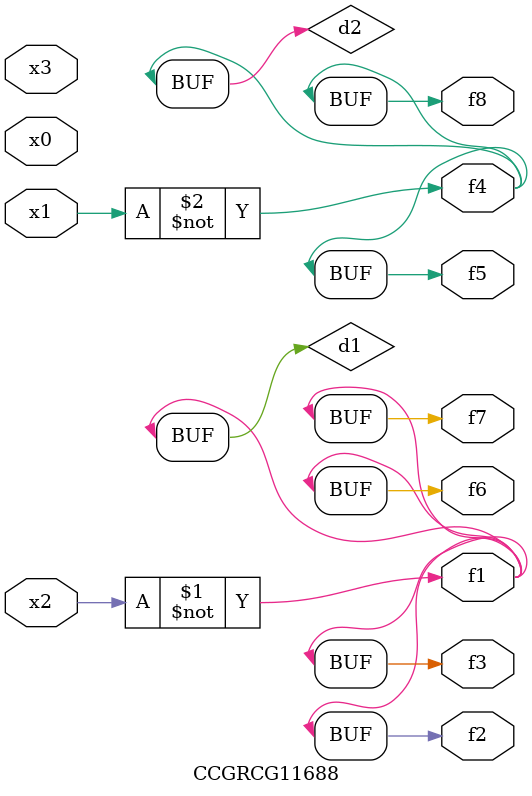
<source format=v>
module CCGRCG11688(
	input x0, x1, x2, x3,
	output f1, f2, f3, f4, f5, f6, f7, f8
);

	wire d1, d2;

	xnor (d1, x2);
	not (d2, x1);
	assign f1 = d1;
	assign f2 = d1;
	assign f3 = d1;
	assign f4 = d2;
	assign f5 = d2;
	assign f6 = d1;
	assign f7 = d1;
	assign f8 = d2;
endmodule

</source>
